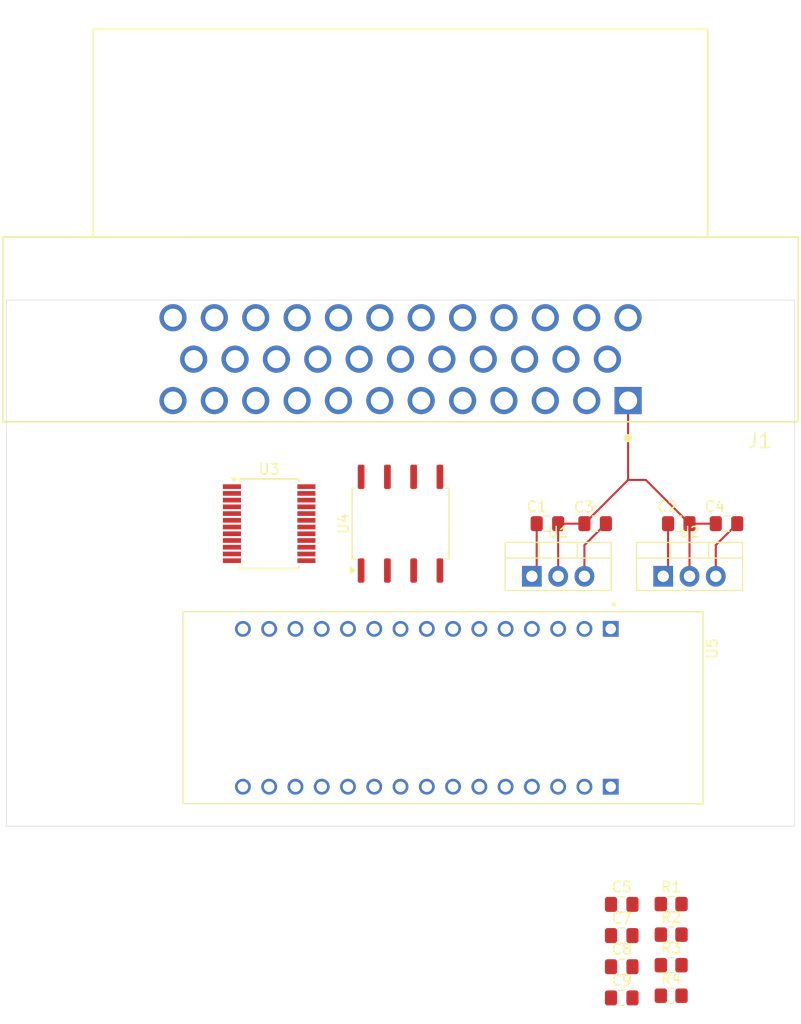
<source format=kicad_pcb>
(kicad_pcb (version 20240108) (generator "pcbnew") (generator_version "8.0")
  (layers (0 "F.Cu" signal) (31 "B.Cu" signal) (34 "B.Paste" user) (35 "F.Paste" user) (36 "B.SilkS" user "B.Silkscreen") (37 "F.SilkS" user "F.Silkscreen") (38 "B.Mask" user) (39 "F.Mask" user) (44 "Edge.Cuts" user))
  (net 0 "")
  (net 1 "GND")
  (net 2 "+12V")
  (net 3 "+5V")
  (net 4 "+9V")
  (net 5 "+3V3")
  (net 6 "CAN_H")
  (net 7 "Wheel Speed FR")
  (net 8 "Strain BL")
  (net 9 "Brake Sensor F")
  (net 10 "Wheel Speed BR")
  (net 11 "Brake Sensor B")
  (net 12 "CAN_L")
  (net 13 "Strain BR")
  (net 14 "Shock Position BR")
  (net 15 "Strain FL")
  (net 16 "Strain FR")
  (net 17 "Shock Position FR")
  (net 18 "Wheel Speed BL")
  (net 19 "Shock Position FL")
  (net 20 "Steering Sensor")
  (net 21 "Shock Position BL")
  (net 22 "Wheel Speed FL")
  (net 23 "Brake Sensor F 3V3")
  (net 24 "Brake Sensor R 3V3")
  (net 25 "S2")
  (net 26 "S4")
  (net 28 "S3")
  (net 29 "S1")
  (net 30 "ADC")
  (net 31 "/CAN1_RD")
  (net 32 "/CAN1_TD")
  (footprint "Capacitor_SMD:C_0805_2012Metric_Pad1.18x1.45mm_HandSolder" (layer "F.Cu") (at 77.7025 40.64)
    (property "Reference" "C1" (at -1.03409 -1.644011 0) (layer "F.SilkS"))
    (property "Value" "330nf")
    (fp_line (start -0.261252 -0.735) (end 0.261252 -0.735) (stroke (width 0.12)) (layer "F.SilkS"))
    (fp_line (start -0.261252 0.735) (end 0.261252 0.735) (stroke (width 0.12)) (layer "F.SilkS"))
    (pad "1" smd roundrect (at -1.0375 0) (size 1.175 1.45) (layers "F.Cu" "F.Paste" "F.Mask") (roundrect_rratio 0.212766) (net 2 "+12V"))
    (pad "2" smd roundrect (at 1.0375 0) (size 1.175 1.45) (layers "F.Cu" "F.Paste" "F.Mask") (roundrect_rratio 0.212766) (net 1 "GND"))
  )
  (footprint "Package_TO_SOT_THT:TO-220-3_Vertical" (layer "F.Cu") (at 76.2 45.72)
    (property "Reference" "U1" (at 2.54 -4.27 0) (layer "F.SilkS"))
    (property "Value" "LM7805_TO220")
    (fp_line (start -2.58 -3.27) (end -2.58 1.371) (stroke (width 0.12)) (layer "F.SilkS"))
    (fp_line (start -2.58 -3.27) (end 7.66 -3.27) (stroke (width 0.12)) (layer "F.SilkS"))
    (fp_line (start -2.58 -1.76) (end 7.66 -1.76) (stroke (width 0.12)) (layer "F.SilkS"))
    (fp_line (start -2.58 1.371) (end 7.66 1.371) (stroke (width 0.12)) (layer "F.SilkS"))
    (fp_line (start 0.69 -3.27) (end 0.69 -1.76) (stroke (width 0.12)) (layer "F.SilkS"))
    (fp_line (start 4.391 -3.27) (end 4.391 -1.76) (stroke (width 0.12)) (layer "F.SilkS"))
    (fp_line (start 7.66 -3.27) (end 7.66 1.371) (stroke (width 0.12)) (layer "F.SilkS"))
    (pad "1" thru_hole rect (at 0 0) (size 1.905 2) (drill 1.1) (layers "*.Cu" "*.Mask") (net 2 "+12V"))
    (pad "2" thru_hole oval (at 2.54 0) (size 1.905 2) (drill 1.1) (layers "*.Cu" "*.Mask") (net 1 "GND"))
    (pad "3" thru_hole oval (at 5.08 0) (size 1.905 2) (drill 1.1) (layers "*.Cu" "*.Mask") (net 3 "+5V"))
  )
  (footprint "Capacitor_SMD:C_0805_2012Metric_Pad1.18x1.45mm_HandSolder" (layer "F.Cu") (at 90.4025 40.64)
    (property "Reference" "C2" (at -1.099429 -1.634723 0) (layer "F.SilkS"))
    (property "Value" "330nf")
    (fp_line (start -0.261252 -0.735) (end 0.261252 -0.735) (stroke (width 0.12)) (layer "F.SilkS"))
    (fp_line (start -0.261252 0.735) (end 0.261252 0.735) (stroke (width 0.12)) (layer "F.SilkS"))
    (pad "1" smd roundrect (at -1.0375 0) (size 1.175 1.45) (layers "F.Cu" "F.Paste" "F.Mask") (roundrect_rratio 0.212766) (net 2 "+12V"))
    (pad "2" smd roundrect (at 1.0375 0) (size 1.175 1.45) (layers "F.Cu" "F.Paste" "F.Mask") (roundrect_rratio 0.212766) (net 1 "GND"))
  )
  (footprint "Package_SO:SSOP-24_5.3x8.2mm_P0.65mm" (layer "F.Cu") (at 50.8 40.64)
    (property "Reference" "U3" (at 0 -5.25 0) (layer "F.SilkS"))
    (property "Value" "CD74HC4067SM96")
    (fp_line (start -2.875 -4.325) (end -2.875 -4.1) (stroke (width 0.15)) (layer "F.SilkS"))
    (fp_line (start -2.875 -4.325) (end 2.875 -4.325) (stroke (width 0.15)) (layer "F.SilkS"))
    (fp_line (start -2.875 4.325) (end -2.875 4.1) (stroke (width 0.15)) (layer "F.SilkS"))
    (fp_line (start -2.875 4.325) (end 2.875 4.325) (stroke (width 0.15)) (layer "F.SilkS"))
    (fp_line (start 2.875 -4.325) (end 2.875 -4.1) (stroke (width 0.15)) (layer "F.SilkS"))
    (fp_line (start 2.875 4.325) (end 2.875 4.1) (stroke (width 0.15)) (layer "F.SilkS"))
    (fp_poly (pts (xy -3.375 -4.075) (xy -3.615 -4.405) (xy -3.135 -4.405) (xy -3.375 -4.075)) (stroke (width 0.12)) (fill solid) (layer "F.SilkS"))
    (pad "1" smd rect (at -3.6 -3.575) (size 1.75 0.45) (layers "F.Cu" "F.Paste" "F.Mask") (net 30 "ADC"))
    (pad "2" smd rect (at -3.6 -2.925) (size 1.75 0.45) (layers "F.Cu" "F.Paste" "F.Mask") (net 15 "Strain FL"))
    (pad "3" smd rect (at -3.6 -2.275) (size 1.75 0.45) (layers "F.Cu" "F.Paste" "F.Mask") (net 19 "Shock Position FL"))
    (pad "4" smd rect (at -3.6 -1.625) (size 1.75 0.45) (layers "F.Cu" "F.Paste" "F.Mask") (net 7 "Wheel Speed FR"))
    (pad "5" smd rect (at -3.6 -0.975) (size 1.75 0.45) (layers "F.Cu" "F.Paste" "F.Mask") (net 16 "Strain FR"))
    (pad "6" smd rect (at -3.6 -0.325) (size 1.75 0.45) (layers "F.Cu" "F.Paste" "F.Mask") (net 17 "Shock Position FR"))
    (pad "7" smd rect (at -3.6 0.325) (size 1.75 0.45) (layers "F.Cu" "F.Paste" "F.Mask") (net 24 "Brake Sensor R 3V3"))
    (pad "8" smd rect (at -3.6 0.975) (size 1.75 0.45) (layers "F.Cu" "F.Paste" "F.Mask") (net 23 "Brake Sensor F 3V3"))
    (pad "9" smd rect (at -3.6 1.625) (size 1.75 0.45) (layers "F.Cu" "F.Paste" "F.Mask") (net 20 "Steering Sensor"))
    (pad "10" smd rect (at -3.6 2.275) (size 1.75 0.45) (layers "F.Cu" "F.Paste" "F.Mask") (net 29 "S1"))
    (pad "11" smd rect (at -3.6 2.925) (size 1.75 0.45) (layers "F.Cu" "F.Paste" "F.Mask") (net 25 "S2"))
    (pad "12" smd rect (at -3.6 3.575) (size 1.75 0.45) (layers "F.Cu" "F.Paste" "F.Mask") (net 1 "GND"))
    (pad "13" smd rect (at 3.6 3.575) (size 1.75 0.45) (layers "F.Cu" "F.Paste" "F.Mask") (net 26 "S4"))
    (pad "14" smd rect (at 3.6 2.925) (size 1.75 0.45) (layers "F.Cu" "F.Paste" "F.Mask") (net 28 "S3"))
    (pad "15" smd rect (at 3.6 2.275) (size 1.75 0.45) (layers "F.Cu" "F.Paste" "F.Mask") (net 1 "GND"))
    (pad "16" smd rect (at 3.6 1.625) (size 1.75 0.45) (layers "F.Cu" "F.Paste" "F.Mask"))
    (pad "17" smd rect (at 3.6 0.975) (size 1.75 0.45) (layers "F.Cu" "F.Paste" "F.Mask") (net 18 "Wheel Speed BL"))
    (pad "18" smd rect (at 3.6 0.325) (size 1.75 0.45) (layers "F.Cu" "F.Paste" "F.Mask") (net 8 "Strain BL"))
    (pad "19" smd rect (at 3.6 -0.325) (size 1.75 0.45) (layers "F.Cu" "F.Paste" "F.Mask") (net 21 "Shock Position BL"))
    (pad "20" smd rect (at 3.6 -0.975) (size 1.75 0.45) (layers "F.Cu" "F.Paste" "F.Mask") (net 10 "Wheel Speed BR"))
    (pad "21" smd rect (at 3.6 -1.625) (size 1.75 0.45) (layers "F.Cu" "F.Paste" "F.Mask") (net 13 "Strain BR"))
    (pad "22" smd rect (at 3.6 -2.275) (size 1.75 0.45) (layers "F.Cu" "F.Paste" "F.Mask") (net 14 "Shock Position BR"))
    (pad "23" smd rect (at 3.6 -2.925) (size 1.75 0.45) (layers "F.Cu" "F.Paste" "F.Mask") (net 22 "Wheel Speed FL"))
    (pad "24" smd rect (at 3.6 -3.575) (size 1.75 0.45) (layers "F.Cu" "F.Paste" "F.Mask") (net 3 "+5V"))
  )
  (footprint "Resistor_SMD:R_0805_2012Metric_Pad1.20x1.40mm_HandSolder" (layer "F.Cu") (at 89.6668 80.3264)
    (property "Reference" "R2" (at 0 -1.65 0) (layer "F.SilkS"))
    (property "Value" "20k")
    (fp_line (start -0.227064 -0.735) (end 0.227064 -0.735) (stroke (width 0.12)) (layer "F.SilkS"))
    (fp_line (start -0.227064 0.735) (end 0.227064 0.735) (stroke (width 0.12)) (layer "F.SilkS"))
    (pad "1" smd roundrect (at -1 0) (size 1.2 1.4) (layers "F.Cu" "F.Paste" "F.Mask") (roundrect_rratio 0.208333) (net 1 "GND"))
    (pad "2" smd roundrect (at 1 0) (size 1.2 1.4) (layers "F.Cu" "F.Paste" "F.Mask") (roundrect_rratio 0.208333) (net 23 "Brake Sensor F 3V3"))
  )
  (footprint "Capacitor_SMD:C_0805_2012Metric_Pad1.18x1.45mm_HandSolder" (layer "F.Cu") (at 84.8868 86.4364)
    (property "Reference" "C9" (at 0 -1.68 0) (layer "F.SilkS"))
    (property "Value" "100nf")
    (fp_line (start -0.261252 -0.735) (end 0.261252 -0.735) (stroke (width 0.12)) (layer "F.SilkS"))
    (fp_line (start -0.261252 0.735) (end 0.261252 0.735) (stroke (width 0.12)) (layer "F.SilkS"))
    (pad "1" smd roundrect (at -1.0375 0) (size 1.175 1.45) (layers "F.Cu" "F.Paste" "F.Mask") (roundrect_rratio 0.212766) (net 4 "+9V"))
    (pad "2" smd roundrect (at 1.0375 0) (size 1.175 1.45) (layers "F.Cu" "F.Paste" "F.Mask") (roundrect_rratio 0.212766) (net 1 "GND"))
  )
  (footprint "Capacitor_SMD:C_0805_2012Metric_Pad1.18x1.45mm_HandSolder" (layer "F.Cu") (at 84.8868 77.4064)
    (property "Reference" "C5" (at 0 -1.68 0) (layer "F.SilkS"))
    (property "Value" "100nf")
    (fp_line (start -0.261252 -0.735) (end 0.261252 -0.735) (stroke (width 0.12)) (layer "F.SilkS"))
    (fp_line (start -0.261252 0.735) (end 0.261252 0.735) (stroke (width 0.12)) (layer "F.SilkS"))
    (pad "1" smd roundrect (at -1.0375 0) (size 1.175 1.45) (layers "F.Cu" "F.Paste" "F.Mask") (roundrect_rratio 0.212766) (net 3 "+5V"))
    (pad "2" smd roundrect (at 1.0375 0) (size 1.175 1.45) (layers "F.Cu" "F.Paste" "F.Mask") (roundrect_rratio 0.212766) (net 1 "GND"))
  )
  (footprint "1FS_2_Global_Footprint_Library:MODULE_NUCLEO-L432KC" (layer "F.Cu") (at 67.605 58.42 -90)
    (property "Reference" "U5" (at -5.715 -26.035 90) (layer "F.SilkS"))
    (property "Value" "NUCLEO-L432KC")
    (fp_line (start -9.27 25.145) (end -9.27 -25.145) (stroke (width 0.127)) (layer "F.SilkS"))
    (fp_line (start 9.27 25.145) (end -9.27 25.145) (stroke (width 0.127)) (layer "F.SilkS"))
    (fp_line (start -9.27 -25.145) (end 9.27 -25.145) (stroke (width 0.127)) (layer "F.SilkS"))
    (fp_line (start 9.27 -25.145) (end 9.27 25.145) (stroke (width 0.127)) (layer "F.SilkS"))
    (fp_circle (center -10 -16.5) (end -9.9 -16.5) (stroke (width 0.2)) (fill none) (layer "F.SilkS"))
    (pad "CN3_1" thru_hole rect (at -7.62 -16.215 270) (size 1.53 1.53) (drill 1.02) (layers "*.Cu" "*.Mask"))
    (pad "CN3_2" thru_hole circle (at -7.62 -13.675 270) (size 1.53 1.53) (drill 1.02) (layers "*.Cu" "*.Mask"))
    (pad "CN3_3" thru_hole circle (at -7.62 -11.135 270) (size 1.53 1.53) (drill 1.02) (layers "*.Cu" "*.Mask"))
    (pad "CN3_4" thru_hole circle (at -7.62 -8.595 270) (size 1.53 1.53) (drill 1.02) (layers "*.Cu" "*.Mask"))
    (pad "CN3_5" thru_hole circle (at -7.62 -6.055 270) (size 1.53 1.53) (drill 1.02) (layers "*.Cu" "*.Mask") (net 32 "/CAN1_TD"))
    (pad "CN3_6" thru_hole circle (at -7.62 -3.515 270) (size 1.53 1.53) (drill 1.02) (layers "*.Cu" "*.Mask") (net 29 "S1"))
    (pad "CN3_7" thru_hole circle (at -7.62 -0.975 270) (size 1.53 1.53) (drill 1.02) (layers "*.Cu" "*.Mask") (net 25 "S2"))
    (pad "CN3_8" thru_hole circle (at -7.62 1.565 270) (size 1.53 1.53) (drill 1.02) (layers "*.Cu" "*.Mask") (net 28 "S3"))
    (pad "CN3_9" thru_hole circle (at -7.62 4.105 270) (size 1.53 1.53) (drill 1.02) (layers "*.Cu" "*.Mask") (net 26 "S4"))
    (pad "CN3_10" thru_hole circle (at -7.62 6.645 270) (size 1.53 1.53) (drill 1.02) (layers "*.Cu" "*.Mask"))
    (pad "CN3_11" thru_hole circle (at -7.62 9.185 270) (size 1.53 1.53) (drill 1.02) (layers "*.Cu" "*.Mask"))
    (pad "CN3_12" thru_hole circle (at -7.62 11.725 270) (size 1.53 1.53) (drill 1.02) (layers "*.Cu" "*.Mask"))
    (pad "CN3_13" thru_hole circle (at -7.62 14.265 270) (size 1.53 1.53) (drill 1.02) (layers "*.Cu" "*.Mask") (net 31 "/CAN1_RD"))
    (pad "CN3_14" thru_hole circle (at -7.62 16.805 270) (size 1.53 1.53) (drill 1.02) (layers "*.Cu" "*.Mask"))
    (pad "CN3_15" thru_hole circle (at -7.62 19.345 270) (size 1.53 1.53) (drill 1.02) (layers "*.Cu" "*.Mask"))
    (pad "CN4_1" thru_hole rect (at 7.62 -16.215 270) (size 1.53 1.53) (drill 1.02) (layers "*.Cu" "*.Mask") (net 4 "+9V"))
    (pad "CN4_2" thru_hole circle (at 7.62 -13.675 270) (size 1.53 1.53) (drill 1.02) (layers "*.Cu" "*.Mask") (net 1 "GND"))
    (pad "CN4_3" thru_hole circle (at 7.62 -11.135 270) (size 1.53 1.53) (drill 1.02) (layers "*.Cu" "*.Mask"))
    (pad "CN4_4" thru_hole circle (at 7.62 -8.595 270) (size 1.53 1.53) (drill 1.02) (layers "*.Cu" "*.Mask"))
    (pad "CN4_5" thru_hole circle (at 7.62 -6.055 270) (size 1.53 1.53) (drill 1.02) (layers "*.Cu" "*.Mask"))
    (pad "CN4_6" thru_hole circle (at 7.62 -3.515 270) (size 1.53 1.53) (drill 1.02) (layers "*.Cu" "*.Mask"))
    (pad "CN4_7" thru_hole circle (at 7.62 -0.975 270) (size 1.53 1.53) (drill 1.02) (layers "*.Cu" "*.Mask"))
    (pad "CN4_8" thru_hole circle (at 7.62 1.565 270) (size 1.53 1.53) (drill 1.02) (layers "*.Cu" "*.Mask"))
    (pad "CN4_9" thru_hole circle (at 7.62 4.105 270) (size 1.53 1.53) (drill 1.02) (layers "*.Cu" "*.Mask"))
    (pad "CN4_10" thru_hole circle (at 7.62 6.645 270) (size 1.53 1.53) (drill 1.02) (layers "*.Cu" "*.Mask") (net 30 "ADC"))
    (pad "CN4_11" thru_hole circle (at 7.62 9.185 270) (size 1.53 1.53) (drill 1.02) (layers "*.Cu" "*.Mask"))
    (pad "CN4_12" thru_hole circle (at 7.62 11.725 270) (size 1.53 1.53) (drill 1.02) (layers "*.Cu" "*.Mask"))
    (pad "CN4_13" thru_hole circle (at 7.62 14.265 270) (size 1.53 1.53) (drill 1.02) (layers "*.Cu" "*.Mask"))
    (pad "CN4_14" thru_hole circle (at 7.62 16.805 270) (size 1.53 1.53) (drill 1.02) (layers "*.Cu" "*.Mask") (net 5 "+3V3"))
    (pad "CN4_15" thru_hole circle (at 7.62 19.345 270) (size 1.53 1.53) (drill 1.02) (layers "*.Cu" "*.Mask"))
  )
  (footprint "Resistor_SMD:R_0805_2012Metric_Pad1.20x1.40mm_HandSolder" (layer "F.Cu") (at 89.6668 77.3764)
    (property "Reference" "R1" (at 0 -1.65 0) (layer "F.SilkS"))
    (property "Value" "10k")
    (fp_line (start -0.227064 -0.735) (end 0.227064 -0.735) (stroke (width 0.12)) (layer "F.SilkS"))
    (fp_line (start -0.227064 0.735) (end 0.227064 0.735) (stroke (width 0.12)) (layer "F.SilkS"))
    (pad "1" smd roundrect (at -1 0) (size 1.2 1.4) (layers "F.Cu" "F.Paste" "F.Mask") (roundrect_rratio 0.208333) (net 9 "Brake Sensor F"))
    (pad "2" smd roundrect (at 1 0) (size 1.2 1.4) (layers "F.Cu" "F.Paste" "F.Mask") (roundrect_rratio 0.208333) (net 23 "Brake Sensor F 3V3"))
  )
  (footprint "Package_SO:SOP-8_6.62x9.15mm_P2.54mm" (layer "F.Cu") (at 63.5 40.64 90)
    (property "Reference" "U4" (at 0 -5.52 270) (layer "F.SilkS"))
    (property "Value" "ISO1050DUB")
    (fp_line (start 3.42 -4.685) (end 3.42 -4.395) (stroke (width 0.12)) (layer "F.SilkS"))
    (fp_line (start 0 -4.685) (end 3.42 -4.685) (stroke (width 0.12)) (layer "F.SilkS"))
    (fp_line (start 0 -4.685) (end -3.42 -4.685) (stroke (width 0.12)) (layer "F.SilkS"))
    (fp_line (start -3.42 -4.685) (end -3.42 -4.395) (stroke (width 0.12)) (layer "F.SilkS"))
    (fp_line (start 3.42 4.685) (end 3.42 4.395) (stroke (width 0.12)) (layer "F.SilkS"))
    (fp_line (start 0 4.685) (end 3.42 4.685) (stroke (width 0.12)) (layer "F.SilkS"))
    (fp_line (start 0 4.685) (end -3.42 4.685) (stroke (width 0.12)) (layer "F.SilkS"))
    (fp_line (start -3.42 4.685) (end -3.42 4.395) (stroke (width 0.12)) (layer "F.SilkS"))
    (fp_poly (pts (xy -4.505 -4.395) (xy -4.845 -4.865) (xy -4.165 -4.865) (xy -4.505 -4.395)) (stroke (width 0.12)) (fill solid) (layer "F.SilkS"))
    (pad "1" smd roundrect (at -4.525 -3.81 90) (size 2.35 0.65) (layers "F.Cu" "F.Paste" "F.Mask") (net 5 "+3V3"))
    (pad "2" smd roundrect (at -4.525 -1.27 90) (size 2.35 0.65) (layers "F.Cu" "F.Paste" "F.Mask") (net 31 "/CAN1_RD"))
    (pad "3" smd roundrect (at -4.525 1.27 90) (size 2.35 0.65) (layers "F.Cu" "F.Paste" "F.Mask") (net 32 "/CAN1_TD"))
    (pad "4" smd roundrect (at -4.525 3.81 90) (size 2.35 0.65) (layers "F.Cu" "F.Paste" "F.Mask") (net 1 "GND"))
    (pad "5" smd roundrect (at 4.525 3.81 90) (size 2.35 0.65) (layers "F.Cu" "F.Paste" "F.Mask") (net 1 "GND"))
    (pad "6" smd roundrect (at 4.525 1.27 90) (size 2.35 0.65) (layers "F.Cu" "F.Paste" "F.Mask") (net 12 "CAN_L"))
    (pad "7" smd roundrect (at 4.525 -1.27 90) (size 2.35 0.65) (layers "F.Cu" "F.Paste" "F.Mask") (net 6 "CAN_H"))
    (pad "8" smd roundrect (at 4.525 -3.81 90) (size 2.35 0.65) (layers "F.Cu" "F.Paste" "F.Mask") (net 3 "+5V"))
  )
  (footprint "Capacitor_SMD:C_0805_2012Metric_Pad1.18x1.45mm_HandSolder" (layer "F.Cu") (at 95.0175 40.64 180)
    (property "Reference" "C4" (at 1.12606 1.657944 180) (layer "F.SilkS"))
    (property "Value" "100nf")
    (fp_line (start -0.261252 0.735) (end 0.261252 0.735) (stroke (width 0.12)) (layer "F.SilkS"))
    (fp_line (start -0.261252 -0.735) (end 0.261252 -0.735) (stroke (width 0.12)) (layer "F.SilkS"))
    (pad "1" smd roundrect (at -1.0375 0 180) (size 1.175 1.45) (layers "F.Cu" "F.Paste" "F.Mask") (roundrect_rratio 0.212766) (net 4 "+9V"))
    (pad "2" smd roundrect (at 1.0375 0 180) (size 1.175 1.45) (layers "F.Cu" "F.Paste" "F.Mask") (roundrect_rratio 0.212766) (net 1 "GND"))
  )
  (footprint "1FS_2_Global_Footprint_Library:TE_776180-1" (layer "F.Cu") (at 63.5 24.7525 180)
    (property "Reference" "J1" (at -34.70985 -7.88283 180) (layer "F.SilkS") (effects (font (size 1.402378 1.402378))))
    (property "Value" "776180-1")
    (fp_line (start 38.45 11.8) (end 30.3978 11.7993) (stroke (width 0.1524)) (layer "F.SilkS"))
    (fp_line (start 38.45 -6.05) (end 38.45 11.8) (stroke (width 0.1524)) (layer "F.SilkS"))
    (fp_line (start 38.45 -6.05) (end -38.45 -6.05) (stroke (width 0.1524)) (layer "F.SilkS"))
    (fp_line (start 29.7 31.85) (end 29.7 11.8001) (stroke (width 0.1524)) (layer "F.SilkS"))
    (fp_line (start 29.7 11.8001) (end 29.7 11.7991) (stroke (width 0.1524)) (layer "F.SilkS"))
    (fp_line (start 29.7 11.8001) (end 21.6978 11.8001) (stroke (width 0.1524)) (layer "F.SilkS"))
    (fp_line (start 29.7 11.7991) (end 21.7036 11.7991) (stroke (width 0.1524)) (layer "F.SilkS"))
    (fp_line (start -29.7 31.85) (end 29.7 31.85) (stroke (width 0.1524)) (layer "F.SilkS"))
    (fp_line (start -29.7 11.8001) (end -29.7 31.85) (stroke (width 0.1524)) (layer "F.SilkS"))
    (fp_line (start -38.45 11.8) (end 38.45 11.8) (stroke (width 0.1524)) (layer "F.SilkS"))
    (fp_line (start -38.45 -6.05) (end -38.45 11.8) (stroke (width 0.1524)) (layer "F.SilkS"))
    (fp_circle (center -21.97 -7.62) (end -21.77 -7.62) (stroke (width 0.4)) (fill none) (layer "F.SilkS"))
    (pad "" np_thru_hole circle (at -28.5 0.5 180) (size 2.85 2.85) (drill 2.85) (layers "*.Cu" "*.Mask"))
    (pad "" np_thru_hole circle (at 28.5 0.5 180) (size 2.85 2.85) (drill 2.85) (layers "*.Cu" "*.Mask"))
    (pad "1" thru_hole rect (at -22 -4 180) (size 2.625 2.625) (drill 1.75) (layers "*.Cu" "*.Mask") (net 1 "GND"))
    (pad "2" thru_hole circle (at -18 -4 180) (size 2.625 2.625) (drill 1.75) (layers "*.Cu" "*.Mask") (net 3 "+5V"))
    (pad "3" thru_hole circle (at -14 -4 180) (size 2.625 2.625) (drill 1.75) (layers "*.Cu" "*.Mask") (net 5 "+3V3"))
    (pad "4" thru_hole circle (at -10 -4 180) (size 2.625 2.625) (drill 1.75) (layers "*.Cu" "*.Mask") (net 17 "Shock Position FR"))
    (pad "5" thru_hole circle (at -6 -4 180) (size 2.625 2.625) (drill 1.75) (layers "*.Cu" "*.Mask") (net 16 "Strain FR"))
    (pad "6" thru_hole circle (at -2 -4 180) (size 2.625 2.625) (drill 1.75) (layers "*.Cu" "*.Mask") (net 7 "Wheel Speed FR"))
    (pad "7" thru_hole circle (at 2 -4 180) (size 2.625 2.625) (drill 1.75) (layers "*.Cu" "*.Mask") (net 1 "GND"))
    (pad "8" thru_hole circle (at 6 -4 180) (size 2.625 2.625) (drill 1.75) (layers "*.Cu" "*.Mask") (net 3 "+5V"))
    (pad "9" thru_hole circle (at 10 -4 180) (size 2.625 2.625) (drill 1.75) (layers "*.Cu" "*.Mask") (net 5 "+3V3"))
    (pad "10" thru_hole circle (at 14 -4 180) (size 2.625 2.625) (drill 1.75) (layers "*.Cu" "*.Mask") (net 19 "Shock Position FL"))
    (pad "11" thru_hole circle (at 18 -4 180) (size 2.625 2.625) (drill 1.75) (layers "*.Cu" "*.Mask") (net 15 "Strain FL"))
    (pad "12" thru_hole circle (at 22 -4 180) (size 2.625 2.625) (drill 1.75) (layers "*.Cu" "*.Mask") (net 22 "Wheel Speed FL"))
    (pad "13" thru_hole circle (at -20 0 180) (size 2.625 2.625) (drill 1.75) (layers "*.Cu" "*.Mask") (net 1 "GND"))
    (pad "14" thru_hole circle (at -16 0 180) (size 2.625 2.625) (drill 1.75) (layers "*.Cu" "*.Mask") (net 2 "+12V"))
    (pad "15" thru_hole circle (at -12 0 180) (size 2.625 2.625) (drill 1.75) (layers "*.Cu" "*.Mask") (net 6 "CAN_H"))
    (pad "16" thru_hole circle (at -8 0 180) (size 2.625 2.625) (drill 1.75) (layers "*.Cu" "*.Mask") (net 12 "CAN_L"))
    (pad "17" thru_hole circle (at -4 0 180) (size 2.625 2.625) (drill 1.75) (layers "*.Cu" "*.Mask") (net 6 "CAN_H"))
    (pad "18" thru_hole circle (at 0 0 180) (size 2.625 2.625) (drill 1.75) (layers "*.Cu" "*.Mask") (net 12 "CAN_L"))
    (pad "19" thru_hole circle (at 4 0 180) (size 2.625 2.625) (drill 1.75) (layers "*.Cu" "*.Mask") (net 1 "GND"))
    (pad "20" thru_hole circle (at 8 0 180) (size 2.625 2.625) (drill 1.75) (layers "*.Cu" "*.Mask") (net 5 "+3V3"))
    (pad "21" thru_hole circle (at 12 0 180) (size 2.625 2.625) (drill 1.75) (layers "*.Cu" "*.Mask") (net 20 "Steering Sensor"))
    (pad "22" thru_hole circle (at 16 0 180) (size 2.625 2.625) (drill 1.75) (layers "*.Cu" "*.Mask") (net 9 "Brake Sensor F"))
    (pad "23" thru_hole circle (at 20 0 180) (size 2.625 2.625) (drill 1.75) (layers "*.Cu" "*.Mask") (net 11 "Brake Sensor B"))
    (pad "24" thru_hole circle (at -22 4 180) (size 2.625 2.625) (drill 1.75) (layers "*.Cu" "*.Mask") (net 1 "GND"))
    (pad "25" thru_hole circle (at -18 4 180) (size 2.625 2.625) (drill 1.75) (layers "*.Cu" "*.Mask") (net 3 "+5V"))
    (pad "26" thru_hole circle (at -14 4 180) (size 2.625 2.625) (drill 1.75) (layers "*.Cu" "*.Mask") (net 5 "+3V3"))
    (pad "27" thru_hole circle (at -10 4 180) (size 2.625 2.625) (drill 1.75) (layers "*.Cu" "*.Mask") (net 14 "Shock Position BR"))
    (pad "28" thru_hole circle (at -6 4 180) (size 2.625 2.625) (drill 1.75) (layers "*.Cu" "*.Mask") (net 13 "Strain BR"))
    (pad "29" thru_hole circle (at -2 4 180) (size 2.625 2.625) (drill 1.75) (layers "*.Cu" "*.Mask") (net 10 "Wheel Speed BR"))
    (pad "30" thru_hole circle (at 2 4 180) (size 2.625 2.625) (drill 1.75) (layers "*.Cu" "*.Mask") (net 1 "GND"))
    (pad "31" thru_hole circle (at 6 4 180) (size 2.625 2.625) (drill 1.75) (layers "*.Cu" "*.Mask") (net 3 "+5V"))
    (pad "32" thru_hole circle (at 10 4 180) (size 2.625 2.625) (drill 1.75) (layers "*.Cu" "*.Mask") (net 5 "+3V3"))
    (pad "33" thru_hole circle (at 14 4 180) (size 2.625 2.625) (drill 1.75) (layers "*.Cu" "*.Mask") (net 21 "Shock Position BL"))
    (pad "34" thru_hole circle (at 18 4 180) (size 2.625 2.625) (drill 1.75) (layers "*.Cu" "*.Mask") (net 8 "Strain BL"))
    (pad "35" thru_hole circle (at 22 4 180) (size 2.625 2.625) (drill 1.75) (layers "*.Cu" "*.Mask") (net 18 "Wheel Speed BL"))
  )
  (footprint "Capacitor_SMD:C_0805_2012Metric_Pad1.18x1.45mm_HandSolder" (layer "F.Cu") (at 82.3175 40.64 180)
    (property "Reference" "C3" (at 1.072331 1.602214 180) (layer "F.SilkS"))
    (property "Value" "100nf")
    (fp_line (start -0.261252 0.735) (end 0.261252 0.735) (stroke (width 0.12)) (layer "F.SilkS"))
    (fp_line (start -0.261252 -0.735) (end 0.261252 -0.735) (stroke (width 0.12)) (layer "F.SilkS"))
    (pad "1" smd roundrect (at -1.0375 0 180) (size 1.175 1.45) (layers "F.Cu" "F.Paste" "F.Mask") (roundrect_rratio 0.212766) (net 3 "+5V"))
    (pad "2" smd roundrect (at 1.0375 0 180) (size 1.175 1.45) (layers "F.Cu" "F.Paste" "F.Mask") (roundrect_rratio 0.212766) (net 1 "GND"))
  )
  (footprint "Capacitor_SMD:C_0805_2012Metric_Pad1.18x1.45mm_HandSolder" (layer "F.Cu") (at 84.8868 80.4164)
    (property "Reference" "C7" (at 0 -1.68 0) (layer "F.SilkS"))
    (property "Value" "100nf")
    (fp_line (start -0.261252 -0.735) (end 0.261252 -0.735) (stroke (width 0.12)) (layer "F.SilkS"))
    (fp_line (start -0.261252 0.735) (end 0.261252 0.735) (stroke (width 0.12)) (layer "F.SilkS"))
    (pad "1" smd roundrect (at -1.0375 0) (size 1.175 1.45) (layers "F.Cu" "F.Paste" "F.Mask") (roundrect_rratio 0.212766) (net 1 "GND"))
    (pad "2" smd roundrect (at 1.0375 0) (size 1.175 1.45) (layers "F.Cu" "F.Paste" "F.Mask") (roundrect_rratio 0.212766) (net 3 "+5V"))
  )
  (footprint "Resistor_SMD:R_0805_2012Metric_Pad1.20x1.40mm_HandSolder" (layer "F.Cu") (at 89.6668 83.2764)
    (property "Reference" "R3" (at 0 -1.65 0) (layer "F.SilkS"))
    (property "Value" "10k")
    (fp_line (start -0.227064 -0.735) (end 0.227064 -0.735) (stroke (width 0.12)) (layer "F.SilkS"))
    (fp_line (start -0.227064 0.735) (end 0.227064 0.735) (stroke (width 0.12)) (layer "F.SilkS"))
    (pad "1" smd roundrect (at -1 0) (size 1.2 1.4) (layers "F.Cu" "F.Paste" "F.Mask") (roundrect_rratio 0.208333) (net 11 "Brake Sensor B"))
    (pad "2" smd roundrect (at 1 0) (size 1.2 1.4) (layers "F.Cu" "F.Paste" "F.Mask") (roundrect_rratio 0.208333) (net 24 "Brake Sensor R 3V3"))
  )
  (footprint "Package_TO_SOT_THT:TO-220-3_Vertical" (layer "F.Cu") (at 88.9 45.72)
    (property "Reference" "U2" (at 2.54 -4.27 0) (layer "F.SilkS"))
    (property "Value" "LM7809_TO220")
    (fp_line (start -2.58 -3.27) (end -2.58 1.371) (stroke (width 0.12)) (layer "F.SilkS"))
    (fp_line (start -2.58 -3.27) (end 7.66 -3.27) (stroke (width 0.12)) (layer "F.SilkS"))
    (fp_line (start -2.58 -1.76) (end 7.66 -1.76) (stroke (width 0.12)) (layer "F.SilkS"))
    (fp_line (start -2.58 1.371) (end 7.66 1.371) (stroke (width 0.12)) (layer "F.SilkS"))
    (fp_line (start 0.69 -3.27) (end 0.69 -1.76) (stroke (width 0.12)) (layer "F.SilkS"))
    (fp_line (start 4.391 -3.27) (end 4.391 -1.76) (stroke (width 0.12)) (layer "F.SilkS"))
    (fp_line (start 7.66 -3.27) (end 7.66 1.371) (stroke (width 0.12)) (layer "F.SilkS"))
    (pad "1" thru_hole rect (at 0 0) (size 1.905 2) (drill 1.1) (layers "*.Cu" "*.Mask") (net 2 "+12V"))
    (pad "2" thru_hole oval (at 2.54 0) (size 1.905 2) (drill 1.1) (layers "*.Cu" "*.Mask") (net 1 "GND"))
    (pad "3" thru_hole oval (at 5.08 0) (size 1.905 2) (drill 1.1) (layers "*.Cu" "*.Mask") (net 4 "+9V"))
  )
  (footprint "Capacitor_SMD:C_0805_2012Metric_Pad1.18x1.45mm_HandSolder" (layer "F.Cu") (at 84.8868 83.4264)
    (property "Reference" "C8" (at 0 -1.68 0) (layer "F.SilkS"))
    (property "Value" "100nf")
    (fp_line (start -0.261252 -0.735) (end 0.261252 -0.735) (stroke (width 0.12)) (layer "F.SilkS"))
    (fp_line (start -0.261252 0.735) (end 0.261252 0.735) (stroke (width 0.12)) (layer "F.SilkS"))
    (pad "1" smd roundrect (at -1.0375 0) (size 1.175 1.45) (layers "F.Cu" "F.Paste" "F.Mask") (roundrect_rratio 0.212766) (net 1 "GND"))
    (pad "2" smd roundrect (at 1.0375 0) (size 1.175 1.45) (layers "F.Cu" "F.Paste" "F.Mask") (roundrect_rratio 0.212766) (net 5 "+3V3"))
  )
  (footprint "Resistor_SMD:R_0805_2012Metric_Pad1.20x1.40mm_HandSolder" (layer "F.Cu") (at 89.6668 86.2264)
    (property "Reference" "R4" (at 0 -1.65 0) (layer "F.SilkS"))
    (property "Value" "20k")
    (fp_line (start -0.227064 -0.735) (end 0.227064 -0.735) (stroke (width 0.12)) (layer "F.SilkS"))
    (fp_line (start -0.227064 0.735) (end 0.227064 0.735) (stroke (width 0.12)) (layer "F.SilkS"))
    (pad "1" smd roundrect (at -1 0) (size 1.2 1.4) (layers "F.Cu" "F.Paste" "F.Mask") (roundrect_rratio 0.208333) (net 1 "GND"))
    (pad "2" smd roundrect (at 1 0) (size 1.2 1.4) (layers "F.Cu" "F.Paste" "F.Mask") (roundrect_rratio 0.208333) (net 24 "Brake Sensor R 3V3"))
  )
  (gr_rect (start 25.4 19.05) (end 101.6 69.85) (stroke (width 0.05)) (fill none) (layer "Edge.Cuts"))
  (segment (start 85.5 36.42) (end 87.22 36.42) (width 0.2) (layer "F.Cu") (net 1))
  (segment (start 78.74 40.64) (end 78.74 45.72) (width 0.2) (layer "F.Cu") (net 1))
  (segment (start 81.28 40.64) (end 78.74 40.64) (width 0.2) (layer "F.Cu") (net 1))
  (segment (start 85.5 36.42) (end 81.28 40.64) (width 0.2) (layer "F.Cu") (net 1))
  (segment (start 93.98 40.64) (end 91.44 40.64) (width 0.2) (layer "F.Cu") (net 1))
  (segment (start 87.22 36.42) (end 91.44 40.64) (width 0.2) (layer "F.Cu") (net 1))
  (segment (start 91.44 45.72) (end 91.44 40.64) (width 0.2) (layer "F.Cu") (net 1))
  (segment (start 85.5 28.7525) (end 85.5 36.42) (width 0.2) (layer "F.Cu") (net 1))
  (segment (start 89.365 45.255) (end 88.9 45.72) (width 0.2) (layer "F.Cu") (net 2))
  (segment (start 76.665 40.64) (end 76.665 45.255) (width 0.2) (layer "F.Cu") (net 2))
  (segment (start 76.665 45.255) (end 76.2 45.72) (width 0.2) (layer "F.Cu") (net 2))
  (segment (start 89.365 40.64) (end 89.365 45.255) (width 0.2) (layer "F.Cu") (net 2))
  (segment (start 81.28 45.72) (end 81.28 42.715) (width 0.2) (layer "F.Cu") (net 3))
  (segment (start 81.28 42.715) (end 83.355 40.64) (width 0.2) (layer "F.Cu") (net 3))
  (segment (start 93.98 42.715) (end 96.055 40.64) (width 0.2) (layer "F.Cu") (net 4))
  (segment (start 93.98 45.72) (end 93.98 42.715) (width 0.2) (layer "F.Cu") (net 4))
)
</source>
